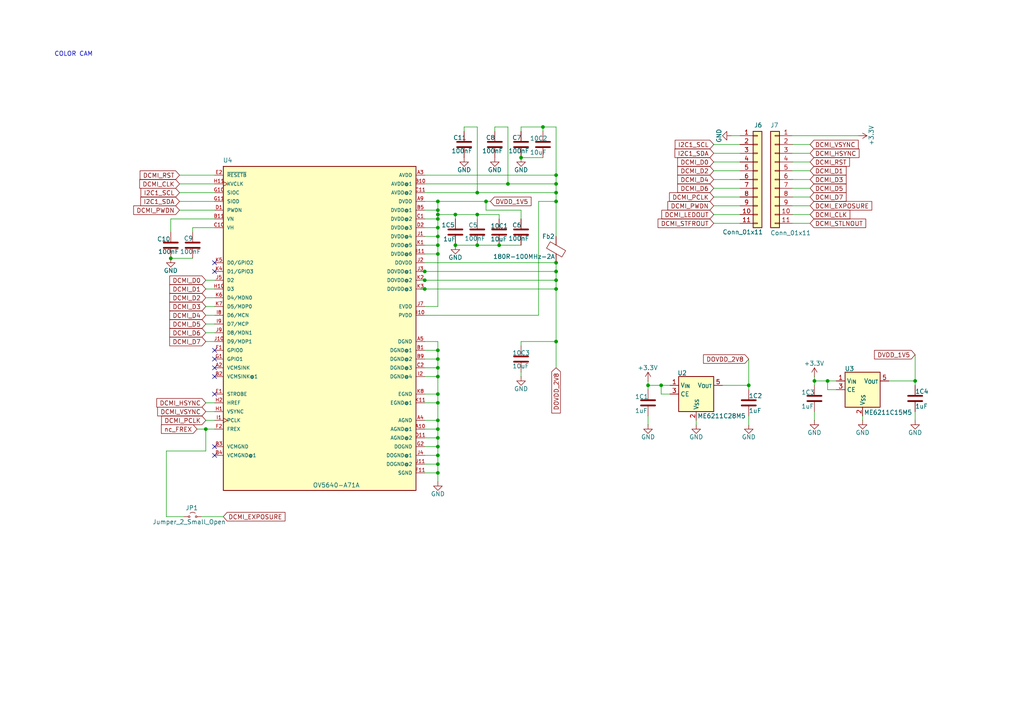
<source format=kicad_sch>
(kicad_sch (version 20231120) (generator "eeschema") (generator_version "8.0")
  (paper "A4")
  (lib_symbols
    (symbol "Connector_Generic:Conn_01x11" (pin_names (offset 1.016) hide)
      (property "Reference" "J" (at 0 15.24 0))
      (property "Value" "Conn_01x11" (at 0 -15.24 0))
      (symbol "Conn_01x11_1_1"
        (rectangle (start -1.27 -12.573) (end 0 -12.827) (stroke (width 0.1524)))
        (rectangle (start -1.27 -10.033) (end 0 -10.287) (stroke (width 0.1524)))
        (rectangle (start -1.27 -7.493) (end 0 -7.747) (stroke (width 0.1524)))
        (rectangle (start -1.27 -4.953) (end 0 -5.207) (stroke (width 0.1524)))
        (rectangle (start -1.27 -2.413) (end 0 -2.667) (stroke (width 0.1524)))
        (rectangle (start -1.27 0.127) (end 0 -0.127) (stroke (width 0.1524)))
        (rectangle (start -1.27 2.667) (end 0 2.413) (stroke (width 0.1524)))
        (rectangle (start -1.27 5.207) (end 0 4.953) (stroke (width 0.1524)))
        (rectangle (start -1.27 7.747) (end 0 7.493) (stroke (width 0.1524)))
        (rectangle (start -1.27 10.287) (end 0 10.033) (stroke (width 0.1524)))
        (rectangle (start -1.27 12.827) (end 0 12.573) (stroke (width 0.1524)))
        (rectangle (start -1.27 13.97) (end 1.27 -13.97) (stroke (width 0.254)) (fill (type background)))
        (pin passive line (at -5.08 12.7 0) (length 3.81) (name "Pin_1") (number "1"))
        (pin passive line (at -5.08 -10.16 0) (length 3.81) (name "Pin_10") (number "10"))
        (pin passive line (at -5.08 -12.7 0) (length 3.81) (name "Pin_11") (number "11"))
        (pin passive line (at -5.08 10.16 0) (length 3.81) (name "Pin_2") (number "2"))
        (pin passive line (at -5.08 7.62 0) (length 3.81) (name "Pin_3") (number "3"))
        (pin passive line (at -5.08 5.08 0) (length 3.81) (name "Pin_4") (number "4"))
        (pin passive line (at -5.08 2.54 0) (length 3.81) (name "Pin_5") (number "5"))
        (pin passive line (at -5.08 0 0) (length 3.81) (name "Pin_6") (number "6"))
        (pin passive line (at -5.08 -2.54 0) (length 3.81) (name "Pin_7") (number "7"))
        (pin passive line (at -5.08 -5.08 0) (length 3.81) (name "Pin_8") (number "8"))
        (pin passive line (at -5.08 -7.62 0) (length 3.81) (name "Pin_9") (number "9"))
      )
    )
    (symbol "Device:C" (pin_numbers hide) (pin_names (offset 0.254))
      (property "Reference" "C" (at 0.635 2.54 0))
      (property "Value" "C" (at 0.635 -2.54 0))
      (symbol "C_0_1"
        (polyline (pts (xy -2.032 -0.762) (xy 2.032 -0.762)) (stroke (width 0.508)))
        (polyline (pts (xy -2.032 0.762) (xy 2.032 0.762)) (stroke (width 0.508)))
      )
      (symbol "C_1_1"
        (pin passive line (at 0 3.81 270) (length 2.794) (name "~") (number "1"))
        (pin passive line (at 0 -3.81 90) (length 2.794) (name "~") (number "2"))
      )
    )
    (symbol "Device:FerriteBead" (pin_numbers hide) (pin_names (offset 0))
      (property "Reference" "FB" (at -3.81 0.635 90))
      (property "Value" "FerriteBead" (at 3.81 0 90))
      (symbol "FerriteBead_0_1"
        (polyline (pts (xy 0 -1.27) (xy 0 -1.2192)))
        (polyline (pts (xy 0 1.27) (xy 0 1.2954)))
        (polyline (pts (xy -2.7686 0.4064) (xy -1.7018 2.2606) (xy 2.7686 -0.3048) (xy 1.6764 -2.159) (xy -2.7686 0.4064)))
      )
      (symbol "FerriteBead_1_1"
        (pin passive line (at 0 3.81 270) (length 2.54) (name "~") (number "1"))
        (pin passive line (at 0 -3.81 90) (length 2.54) (name "~") (number "2"))
      )
    )
    (symbol "Jumper:Jumper_2_Small_Open" (pin_numbers hide) (pin_names (offset 0) hide) (exclude_from_sim yes)
      (property "Reference" "JP" (at 0 2.794 0))
      (property "Value" "Jumper_2_Small_Open" (at 0 -2.286 0))
      (symbol "Jumper_2_Small_Open_0_0"
        (circle (center -1.016 0) (radius 0.254))
        (circle (center 1.016 0) (radius 0.254))
      )
      (symbol "Jumper_2_Small_Open_0_1"
        (arc (start 0.762 1.0196) (mid 0 1.2729) (end -0.762 1.0196))
      )
      (symbol "Jumper_2_Small_Open_1_1"
        (pin passive line (at -2.54 0 0) (length 1.27) (name "A") (number "1"))
        (pin passive line (at 2.54 0 180) (length 1.27) (name "B") (number "2"))
      )
    )
    (symbol "OV5640:OV5640-A71A" (pin_names (offset 1.016))
      (property "Reference" "U" (at -27.9517 49.5507 0))
      (property "Value" "OV5640-A71A" (at -27.956 -48.2877 0))
      (symbol "OV5640-A71A_0_0"
        (rectangle (start -27.94 -45.72) (end 27.94 48.26) (stroke (width 0.254)) (fill (type background)))
        (pin power_in line (at 30.48 -27.94 180) (length 2.54) (name "AGND@1") (number "A10"))
        (pin bidirectional line (at -30.48 -10.16 0) (length 2.54) (name "VCMSINK") (number "A2"))
        (pin power_in line (at 30.48 45.72 180) (length 2.54) (name "AVDD") (number "A3"))
        (pin power_in line (at 30.48 -25.4 180) (length 2.54) (name "AGND") (number "A4"))
        (pin power_in line (at 30.48 -2.54 180) (length 2.54) (name "DGND") (number "A5"))
        (pin power_in line (at 30.48 38.1 180) (length 2.54) (name "DVDD") (number "A9"))
        (pin power_in line (at 30.48 -5.08 180) (length 2.54) (name "DGND@1") (number "B1"))
        (pin power_in line (at 30.48 43.18 180) (length 2.54) (name "AVDD@1") (number "B10"))
        (pin input line (at -30.48 33.02 0) (length 2.54) (name "VN") (number "B11"))
        (pin bidirectional line (at -30.48 -12.7 0) (length 2.54) (name "VCMSINK@1") (number "B2"))
        (pin bidirectional line (at -30.48 -33.02 0) (length 2.54) (name "VCMGND") (number "B3"))
        (pin bidirectional line (at -30.48 -35.56 0) (length 2.54) (name "VCMGND@1") (number "B4"))
        (pin power_in line (at 30.48 35.56 180) (length 2.54) (name "DVDD@1") (number "B5"))
        (pin power_in line (at 30.48 -7.62 180) (length 2.54) (name "DGND@2") (number "B9"))
        (pin power_in line (at 30.48 33.02 180) (length 2.54) (name "DVDD@2") (number "C1"))
        (pin input line (at -30.48 30.48 0) (length 2.54) (name "VH") (number "C10"))
        (pin power_in line (at 30.48 40.64 180) (length 2.54) (name "AVDD@2") (number "C11"))
        (pin power_in line (at 30.48 -10.16 180) (length 2.54) (name "DGND@3") (number "C2"))
        (pin input line (at -30.48 35.56 0) (length 2.54) (name "PWDN") (number "D1"))
        (pin power_in line (at 30.48 -30.48 180) (length 2.54) (name "AGND@2") (number "D11"))
        (pin power_in line (at 30.48 30.48 180) (length 2.54) (name "DVDD@3") (number "D2"))
        (pin bidirectional line (at -30.48 -17.78 0) (length 2.54) (name "STROBE") (number "E1"))
        (pin input line (at -30.48 45.72 0) (length 2.54) (name "~{RESETB}") (number "E2"))
        (pin bidirectional line (at -30.48 -5.08 0) (length 2.54) (name "GPIO0") (number "F1"))
        (pin power_in line (at 30.48 -40.64 180) (length 2.54) (name "SGND") (number "F11"))
        (pin bidirectional line (at -30.48 -27.94 0) (length 2.54) (name "FREX") (number "F2"))
        (pin bidirectional line (at -30.48 -7.62 0) (length 2.54) (name "GPIO1") (number "G1"))
        (pin input line (at -30.48 40.64 0) (length 2.54) (name "SIOC") (number "G10"))
        (pin bidirectional line (at -30.48 38.1 0) (length 2.54) (name "SIOD") (number "G11"))
        (pin power_in line (at 30.48 -33.02 180) (length 2.54) (name "DOGND") (number "G2"))
        (pin bidirectional line (at -30.48 -22.86 0) (length 2.54) (name "VSYNC") (number "H1"))
        (pin bidirectional line (at -30.48 12.7 0) (length 2.54) (name "D3") (number "H10"))
        (pin input clock (at -30.48 43.18 0) (length 2.54) (name "XVCLK") (number "H11"))
        (pin bidirectional line (at -30.48 -20.32 0) (length 2.54) (name "HREF") (number "H2"))
        (pin bidirectional clock (at -30.48 -25.4 0) (length 2.54) (name "PCLK") (number "I1"))
        (pin power_in line (at 30.48 5.08 180) (length 2.54) (name "PVDD") (number "I10"))
        (pin power_in line (at 30.48 22.86 180) (length 2.54) (name "DVDD@6") (number "I11"))
        (pin power_in line (at 30.48 -12.7 180) (length 2.54) (name "DGND@4") (number "I2"))
        (pin bidirectional line (at -30.48 5.08 0) (length 2.54) (name "D6/MCN") (number "I8"))
        (pin bidirectional line (at -30.48 2.54 0) (length 2.54) (name "D7/MCP") (number "I9"))
        (pin power_in line (at 30.48 27.94 180) (length 2.54) (name "DVDD@4") (number "J1"))
        (pin bidirectional line (at -30.48 -2.54 0) (length 2.54) (name "D9/MDP1") (number "J10"))
        (pin power_in line (at 30.48 -38.1 180) (length 2.54) (name "DOGND@2") (number "J11"))
        (pin power_in line (at 30.48 20.32 180) (length 2.54) (name "DOVDD") (number "J2"))
        (pin power_in line (at 30.48 17.78 180) (length 2.54) (name "DOVDD@1") (number "J3"))
        (pin power_in line (at 30.48 -35.56 180) (length 2.54) (name "DOGND@1") (number "J4"))
        (pin bidirectional line (at -30.48 15.24 0) (length 2.54) (name "D2") (number "J5"))
        (pin power_in line (at 30.48 7.62 180) (length 2.54) (name "EVDD") (number "J7"))
        (pin bidirectional line (at -30.48 0 0) (length 2.54) (name "D8/MDN1") (number "J9"))
        (pin power_in line (at 30.48 25.4 180) (length 2.54) (name "DVDD@5") (number "K1"))
        (pin power_in line (at 30.48 -20.32 180) (length 2.54) (name "EGND@1") (number "K11"))
        (pin power_in line (at 30.48 15.24 180) (length 2.54) (name "DOVDD@2") (number "K2"))
        (pin power_in line (at 30.48 12.7 180) (length 2.54) (name "DOVDD@3") (number "K3"))
        (pin bidirectional line (at -30.48 17.78 0) (length 2.54) (name "D1/GPIO3") (number "K4"))
        (pin bidirectional line (at -30.48 20.32 0) (length 2.54) (name "D0/GPIO2") (number "K5"))
        (pin bidirectional line (at -30.48 10.16 0) (length 2.54) (name "D4/MDN0") (number "K6"))
        (pin bidirectional line (at -30.48 7.62 0) (length 2.54) (name "D5/MDP0") (number "K7"))
        (pin power_in line (at 30.48 -17.78 180) (length 2.54) (name "EGND") (number "K8"))
      )
    )
    (symbol "Regulator_Linear:ME6211C15M5"
      (property "Reference" "U" (at -4.572 6.35 0))
      (property "Value" "ME6211C15M5" (at 10.16 8.636 0))
      (symbol "ME6211C15M5_1_1"
        (rectangle (start -5.08 5.08) (end 5.08 -5.08) (stroke (width 0.254)) (fill (type background)))
        (pin power_in line (at -7.62 2.54 0) (length 2.54) (name "V_{IN}") (number "1"))
        (pin power_in line (at 0 -7.62 90) (length 2.54) (name "V_{SS}") (number "2"))
        (pin input line (at -7.62 0 0) (length 2.54) (name "CE") (number "3"))
        (pin no_connect line (at 5.08 0 180) (length 2.54) hide (name "NC") (number "4"))
        (pin power_out line (at 7.62 2.54 180) (length 2.54) (name "V_{OUT}") (number "5"))
      )
    )
    (symbol "Regulator_Linear:ME6211C28M5"
      (property "Reference" "U" (at -4.572 6.35 0))
      (property "Value" "ME6211C28M5" (at 10.16 8.636 0))
      (symbol "ME6211C28M5_1_1"
        (rectangle (start -5.08 5.08) (end 5.08 -5.08) (stroke (width 0.254)) (fill (type background)))
        (pin power_in line (at -7.62 2.54 0) (length 2.54) (name "V_{IN}") (number "1"))
        (pin power_in line (at 0 -7.62 90) (length 2.54) (name "V_{SS}") (number "2"))
        (pin input line (at -7.62 0 0) (length 2.54) (name "CE") (number "3"))
        (pin no_connect line (at 5.08 0 180) (length 2.54) hide (name "NC") (number "4"))
        (pin power_out line (at 7.62 2.54 180) (length 2.54) (name "V_{OUT}") (number "5"))
      )
    )
    (symbol "power:+3.3V" (power) (pin_numbers hide) (pin_names (offset 0) hide)
      (property "Value" "+3.3V" (at 0 3.556 0))
      (symbol "+3.3V_0_1"
        (polyline (pts (xy -0.762 1.27) (xy 0 2.54)))
        (polyline (pts (xy 0 0) (xy 0 2.54)))
        (polyline (pts (xy 0 2.54) (xy 0.762 1.27)))
      )
      (symbol "+3.3V_1_1"
        (pin power_in line (at 0 0 90) (length 0) (name "~") (number "1"))
      )
    )
    (symbol "power:GND" (power) (pin_numbers hide) (pin_names (offset 0) hide)
      (property "Value" "GND" (at 0 -3.81 0))
      (symbol "GND_0_1"
        (polyline (pts (xy 0 0) (xy 0 -1.27) (xy 1.27 -1.27) (xy 0 -2.54) (xy -1.27 -1.27) (xy 0 -1.27)))
      )
      (symbol "GND_1_1"
        (pin power_in line (at 0 0 270) (length 0) (name "~") (number "1"))
      )
    )
  )
  (junction (at 187.96 111.76))
  (junction (at 140.97 58.42))
  (junction (at 127 66.04))
  (junction (at 127 109.22))
  (junction (at 127 58.42))
  (junction (at 127 101.6))
  (junction (at 151.13 45.72))
  (junction (at 157.48 36.83))
  (junction (at 217.17 111.76))
  (junction (at 147.32 53.34))
  (junction (at 127 132.08))
  (junction (at 127 114.3))
  (junction (at 127 62.23))
  (junction (at 127 60.96))
  (junction (at 144.78 71.12))
  (junction (at 236.22 110.49))
  (junction (at 123.19 81.28))
  (junction (at 161.29 76.2))
  (junction (at 59.69 124.46))
  (junction (at 161.29 78.74))
  (junction (at 161.29 99.06))
  (junction (at 161.29 55.88))
  (junction (at 127 71.12))
  (junction (at 127 137.16))
  (junction (at 138.43 71.12))
  (junction (at 127 68.58))
  (junction (at 138.43 62.23))
  (junction (at 127 129.54))
  (junction (at 127 121.92))
  (junction (at 127 116.84))
  (junction (at 123.19 83.82))
  (junction (at 240.03 110.49))
  (junction (at 161.29 58.42))
  (junction (at 191.77 111.76))
  (junction (at 132.08 71.12))
  (junction (at 161.29 81.28))
  (junction (at 161.29 50.8))
  (junction (at 127 73.66))
  (junction (at 49.53 74.93))
  (junction (at 127 124.46))
  (junction (at 138.43 55.88))
  (junction (at 127 63.5))
  (junction (at 127 127))
  (junction (at 127 106.68))
  (junction (at 123.19 78.74))
  (junction (at 265.43 110.49))
  (junction (at 161.29 83.82))
  (junction (at 132.08 62.23))
  (junction (at 161.29 53.34))
  (junction (at 127 134.62))
  (junction (at 127 104.14))
  (no_connect (at 62.23 104.14))
  (no_connect (at 62.23 101.6))
  (no_connect (at 62.23 109.22))
  (no_connect (at 62.23 78.74))
  (no_connect (at 62.23 132.08))
  (no_connect (at 62.23 129.54))
  (no_connect (at 62.23 76.2))
  (no_connect (at 62.23 114.3))
  (no_connect (at 62.23 106.68))
  (wire (pts (xy 161.29 106.68) (xy 161.29 99.06)))
  (wire (pts (xy 207.01 44.45) (xy 214.63 44.45)))
  (wire (pts (xy 161.29 99.06) (xy 161.29 83.82)))
  (wire (pts (xy 138.43 36.83) (xy 138.43 55.88)))
  (wire (pts (xy 59.69 88.9) (xy 62.23 88.9)))
  (wire (pts (xy 157.48 36.83) (xy 157.48 38.1)))
  (wire (pts (xy 207.01 54.61) (xy 214.63 54.61)))
  (wire (pts (xy 123.19 129.54) (xy 127 129.54)))
  (wire (pts (xy 161.29 58.42) (xy 156.21 58.42)))
  (wire (pts (xy 161.29 78.74) (xy 161.29 76.2)))
  (wire (pts (xy 127 62.23) (xy 132.08 62.23)))
  (wire (pts (xy 48.26 130.81) (xy 59.69 130.81)))
  (wire (pts (xy 187.96 120.65) (xy 187.96 123.19)))
  (wire (pts (xy 123.19 63.5) (xy 127 63.5)))
  (wire (pts (xy 127 127) (xy 127 124.46)))
  (wire (pts (xy 161.29 81.28) (xy 161.29 78.74)))
  (wire (pts (xy 161.29 36.83) (xy 161.29 50.8)))
  (wire (pts (xy 161.29 53.34) (xy 161.29 50.8)))
  (wire (pts (xy 248.92 39.37) (xy 229.87 39.37)))
  (wire (pts (xy 123.19 60.96) (xy 127 60.96)))
  (wire (pts (xy 207.01 46.99) (xy 214.63 46.99)))
  (wire (pts (xy 127 73.66) (xy 127 88.9)))
  (wire (pts (xy 121.92 83.82) (xy 123.19 83.82)))
  (wire (pts (xy 151.13 60.96) (xy 151.13 63.5)))
  (wire (pts (xy 217.17 111.76) (xy 217.17 113.03)))
  (wire (pts (xy 234.95 46.99) (xy 229.87 46.99)))
  (wire (pts (xy 217.17 104.14) (xy 217.17 111.76)))
  (wire (pts (xy 49.53 67.31) (xy 49.53 63.5)))
  (wire (pts (xy 123.19 68.58) (xy 127 68.58)))
  (wire (pts (xy 59.69 116.84) (xy 62.23 116.84)))
  (wire (pts (xy 265.43 110.49) (xy 265.43 111.76)))
  (wire (pts (xy 59.69 83.82) (xy 62.23 83.82)))
  (wire (pts (xy 59.69 99.06) (xy 62.23 99.06)))
  (wire (pts (xy 143.51 36.83) (xy 147.32 36.83)))
  (wire (pts (xy 123.19 114.3) (xy 127 114.3)))
  (wire (pts (xy 161.29 55.88) (xy 161.29 53.34)))
  (wire (pts (xy 144.78 71.12) (xy 151.13 71.12)))
  (wire (pts (xy 132.08 62.23) (xy 132.08 63.5)))
  (wire (pts (xy 143.51 38.1) (xy 143.51 36.83)))
  (wire (pts (xy 127 68.58) (xy 127 71.12)))
  (wire (pts (xy 138.43 62.23) (xy 138.43 63.5)))
  (wire (pts (xy 127 62.23) (xy 127 63.5)))
  (wire (pts (xy 57.15 124.46) (xy 59.69 124.46)))
  (wire (pts (xy 207.01 52.07) (xy 214.63 52.07)))
  (wire (pts (xy 123.19 134.62) (xy 127 134.62)))
  (wire (pts (xy 147.32 36.83) (xy 147.32 53.34)))
  (wire (pts (xy 55.88 67.31) (xy 55.88 66.04)))
  (wire (pts (xy 161.29 58.42) (xy 161.29 55.88)))
  (wire (pts (xy 234.95 59.69) (xy 229.87 59.69)))
  (wire (pts (xy 151.13 45.72) (xy 157.48 45.72)))
  (wire (pts (xy 217.17 120.65) (xy 217.17 123.19)))
  (wire (pts (xy 123.19 132.08) (xy 127 132.08)))
  (wire (pts (xy 123.19 73.66) (xy 127 73.66)))
  (wire (pts (xy 127 58.42) (xy 127 60.96)))
  (wire (pts (xy 265.43 102.87) (xy 265.43 110.49)))
  (wire (pts (xy 123.19 104.14) (xy 127 104.14)))
  (wire (pts (xy 52.07 50.8) (xy 62.23 50.8)))
  (wire (pts (xy 207.01 59.69) (xy 214.63 59.69)))
  (wire (pts (xy 242.57 113.03) (xy 240.03 113.03)))
  (wire (pts (xy 140.97 58.42) (xy 142.24 58.42)))
  (wire (pts (xy 144.78 62.23) (xy 138.43 62.23)))
  (wire (pts (xy 127 101.6) (xy 127 99.06)))
  (wire (pts (xy 127 66.04) (xy 127 68.58)))
  (wire (pts (xy 49.53 74.93) (xy 55.88 74.93)))
  (wire (pts (xy 59.69 130.81) (xy 59.69 124.46)))
  (wire (pts (xy 127 106.68) (xy 127 104.14)))
  (wire (pts (xy 234.95 57.15) (xy 229.87 57.15)))
  (wire (pts (xy 64.77 149.86) (xy 58.42 149.86)))
  (wire (pts (xy 156.21 91.44) (xy 123.19 91.44)))
  (wire (pts (xy 59.69 86.36) (xy 62.23 86.36)))
  (wire (pts (xy 138.43 55.88) (xy 161.29 55.88)))
  (wire (pts (xy 191.77 111.76) (xy 194.31 111.76)))
  (wire (pts (xy 59.69 81.28) (xy 62.23 81.28)))
  (wire (pts (xy 234.95 54.61) (xy 229.87 54.61)))
  (wire (pts (xy 123.19 127) (xy 127 127)))
  (wire (pts (xy 127 132.08) (xy 127 129.54)))
  (wire (pts (xy 127 124.46) (xy 127 121.92)))
  (wire (pts (xy 49.53 63.5) (xy 62.23 63.5)))
  (wire (pts (xy 212.09 39.37) (xy 214.63 39.37)))
  (wire (pts (xy 123.19 71.12) (xy 127 71.12)))
  (wire (pts (xy 151.13 99.06) (xy 161.29 99.06)))
  (wire (pts (xy 127 137.16) (xy 127 134.62)))
  (wire (pts (xy 138.43 71.12) (xy 144.78 71.12)))
  (wire (pts (xy 236.22 121.92) (xy 236.22 119.38)))
  (wire (pts (xy 207.01 64.77) (xy 214.63 64.77)))
  (wire (pts (xy 52.07 60.96) (xy 62.23 60.96)))
  (wire (pts (xy 134.62 36.83) (xy 138.43 36.83)))
  (wire (pts (xy 123.19 116.84) (xy 127 116.84)))
  (wire (pts (xy 151.13 60.96) (xy 140.97 60.96)))
  (wire (pts (xy 187.96 111.76) (xy 191.77 111.76)))
  (wire (pts (xy 265.43 119.38) (xy 265.43 121.92)))
  (wire (pts (xy 127 116.84) (xy 127 114.3)))
  (wire (pts (xy 140.97 58.42) (xy 140.97 60.96)))
  (wire (pts (xy 123.19 88.9) (xy 127 88.9)))
  (wire (pts (xy 127 60.96) (xy 127 62.23)))
  (wire (pts (xy 123.19 50.8) (xy 161.29 50.8)))
  (wire (pts (xy 127 99.06) (xy 123.19 99.06)))
  (wire (pts (xy 156.21 91.44) (xy 156.21 58.42)))
  (wire (pts (xy 123.19 106.68) (xy 127 106.68)))
  (wire (pts (xy 123.19 101.6) (xy 127 101.6)))
  (wire (pts (xy 234.95 62.23) (xy 229.87 62.23)))
  (wire (pts (xy 127 104.14) (xy 127 101.6)))
  (wire (pts (xy 234.95 64.77) (xy 229.87 64.77)))
  (wire (pts (xy 161.29 83.82) (xy 161.29 81.28)))
  (wire (pts (xy 240.03 113.03) (xy 240.03 110.49)))
  (wire (pts (xy 123.19 121.92) (xy 127 121.92)))
  (wire (pts (xy 59.69 121.92) (xy 62.23 121.92)))
  (wire (pts (xy 209.55 111.76) (xy 217.17 111.76)))
  (wire (pts (xy 123.19 124.46) (xy 127 124.46)))
  (wire (pts (xy 59.69 124.46) (xy 62.23 124.46)))
  (wire (pts (xy 236.22 110.49) (xy 240.03 110.49)))
  (wire (pts (xy 201.93 123.19) (xy 201.93 121.92)))
  (wire (pts (xy 132.08 71.12) (xy 138.43 71.12)))
  (wire (pts (xy 207.01 49.53) (xy 214.63 49.53)))
  (wire (pts (xy 236.22 111.76) (xy 236.22 110.49)))
  (wire (pts (xy 123.19 109.22) (xy 127 109.22)))
  (wire (pts (xy 194.31 114.3) (xy 191.77 114.3)))
  (wire (pts (xy 52.07 58.42) (xy 62.23 58.42)))
  (wire (pts (xy 257.81 110.49) (xy 265.43 110.49)))
  (wire (pts (xy 207.01 41.91) (xy 214.63 41.91)))
  (wire (pts (xy 123.19 55.88) (xy 138.43 55.88)))
  (wire (pts (xy 123.19 58.42) (xy 127 58.42)))
  (wire (pts (xy 123.19 53.34) (xy 147.32 53.34)))
  (wire (pts (xy 123.19 78.74) (xy 161.29 78.74)))
  (wire (pts (xy 52.07 53.34) (xy 62.23 53.34)))
  (wire (pts (xy 234.95 41.91) (xy 229.87 41.91)))
  (wire (pts (xy 151.13 38.1) (xy 151.13 36.83)))
  (wire (pts (xy 236.22 109.22) (xy 236.22 110.49)))
  (wire (pts (xy 59.69 119.38) (xy 62.23 119.38)))
  (wire (pts (xy 240.03 110.49) (xy 242.57 110.49)))
  (wire (pts (xy 127 71.12) (xy 127 73.66)))
  (wire (pts (xy 144.78 62.23) (xy 144.78 63.5)))
  (wire (pts (xy 123.19 76.2) (xy 161.29 76.2)))
  (wire (pts (xy 127 63.5) (xy 127 66.04)))
  (wire (pts (xy 207.01 57.15) (xy 214.63 57.15)))
  (wire (pts (xy 123.19 66.04) (xy 127 66.04)))
  (wire (pts (xy 151.13 107.95) (xy 151.13 109.22)))
  (wire (pts (xy 234.95 44.45) (xy 229.87 44.45)))
  (wire (pts (xy 59.69 93.98) (xy 62.23 93.98)))
  (wire (pts (xy 55.88 66.04) (xy 62.23 66.04)))
  (wire (pts (xy 121.92 78.74) (xy 123.19 78.74)))
  (wire (pts (xy 161.29 58.42) (xy 161.29 68.58)))
  (wire (pts (xy 127 109.22) (xy 127 106.68)))
  (wire (pts (xy 157.48 36.83) (xy 161.29 36.83)))
  (wire (pts (xy 127 114.3) (xy 127 109.22)))
  (wire (pts (xy 250.19 121.92) (xy 250.19 120.65)))
  (wire (pts (xy 207.01 62.23) (xy 214.63 62.23)))
  (wire (pts (xy 234.95 49.53) (xy 229.87 49.53)))
  (wire (pts (xy 127 139.7) (xy 127 137.16)))
  (wire (pts (xy 151.13 99.06) (xy 151.13 100.33)))
  (wire (pts (xy 127 134.62) (xy 127 132.08)))
  (wire (pts (xy 147.32 53.34) (xy 161.29 53.34)))
  (wire (pts (xy 151.13 36.83) (xy 157.48 36.83)))
  (wire (pts (xy 48.26 149.86) (xy 48.26 130.81)))
  (wire (pts (xy 187.96 110.49) (xy 187.96 111.76)))
  (wire (pts (xy 52.07 55.88) (xy 62.23 55.88)))
  (wire (pts (xy 123.19 81.28) (xy 161.29 81.28)))
  (wire (pts (xy 123.19 137.16) (xy 127 137.16)))
  (wire (pts (xy 59.69 91.44) (xy 62.23 91.44)))
  (wire (pts (xy 59.69 96.52) (xy 62.23 96.52)))
  (wire (pts (xy 138.43 62.23) (xy 132.08 62.23)))
  (wire (pts (xy 127 129.54) (xy 127 127)))
  (wire (pts (xy 123.19 83.82) (xy 161.29 83.82)))
  (wire (pts (xy 134.62 38.1) (xy 134.62 36.83)))
  (wire (pts (xy 48.26 149.86) (xy 53.34 149.86)))
  (wire (pts (xy 234.95 52.07) (xy 229.87 52.07)))
  (wire (pts (xy 127 58.42) (xy 140.97 58.42)))
  (wire (pts (xy 187.96 113.03) (xy 187.96 111.76)))
  (wire (pts (xy 191.77 114.3) (xy 191.77 111.76)))
  (wire (pts (xy 127 121.92) (xy 127 116.84)))
  (wire (pts (xy 121.92 81.28) (xy 123.19 81.28)))
  (text "COLOR CAM" (at 15.748 16.51 0) (effects (font (size 1.27 1.27)) (justify left bottom)))
  (global_label "DCMI_D7" (shape input) (at 59.69 99.06 180) (property "Intersheetrefs" "${INTERSHEET_REFS}" (effects (hide yes))))
  (global_label "DCMI_HSYNC" (shape input) (at 59.69 116.84 180) (property "Intersheetrefs" "${INTERSHEET_REFS}" (effects (hide yes))))
  (global_label "nc_FREX" (shape input) (at 57.15 124.46 180) (property "Intersheetrefs" "${INTERSHEET_REFS}" (effects (hide yes))))
  (global_label "DCMI_D4" (shape input) (at 207.01 52.07 180) (property "Intersheetrefs" "${INTERSHEET_REFS}" (effects (hide yes))))
  (global_label "DCMI_D4" (shape input) (at 59.69 91.44 180) (property "Intersheetrefs" "${INTERSHEET_REFS}" (effects (hide yes))))
  (global_label "DCMI_D3" (shape input) (at 59.69 88.9 180) (property "Intersheetrefs" "${INTERSHEET_REFS}" (effects (hide yes))))
  (global_label "I2C1_SDA" (shape input) (at 207.01 44.45 180) (property "Intersheetrefs" "${INTERSHEET_REFS}" (effects (hide yes))))
  (global_label "DVDD_1V5" (shape input) (at 265.43 102.87 180) (property "Intersheetrefs" "${INTERSHEET_REFS}" (effects (hide yes))))
  (global_label "DCMI_CLK" (shape input) (at 234.95 62.23 0) (property "Intersheetrefs" "${INTERSHEET_REFS}" (effects (hide yes))))
  (global_label "DCMI_CLK" (shape input) (at 52.07 53.34 180) (property "Intersheetrefs" "${INTERSHEET_REFS}" (effects (hide yes))))
  (global_label "DCMI_PCLK" (shape input) (at 207.01 57.15 180) (property "Intersheetrefs" "${INTERSHEET_REFS}" (effects (hide yes))))
  (global_label "DCMI_D3" (shape input) (at 234.95 52.07 0) (property "Intersheetrefs" "${INTERSHEET_REFS}" (effects (hide yes))))
  (global_label "DCMI_D6" (shape input) (at 59.69 96.52 180) (property "Intersheetrefs" "${INTERSHEET_REFS}" (effects (hide yes))))
  (global_label "DCMI_PCLK" (shape input) (at 59.69 121.92 180) (property "Intersheetrefs" "${INTERSHEET_REFS}" (effects (hide yes))))
  (global_label "DCMI_PWDN" (shape input) (at 207.01 59.69 180) (property "Intersheetrefs" "${INTERSHEET_REFS}" (effects (hide yes))))
  (global_label "DCMI_LEDOUT" (shape input) (at 207.01 62.23 180) (property "Intersheetrefs" "${INTERSHEET_REFS}" (effects (hide yes))))
  (global_label "DCMI_RST" (shape input) (at 52.07 50.8 180) (property "Intersheetrefs" "${INTERSHEET_REFS}" (effects (hide yes))))
  (global_label "DCMI_D5" (shape input) (at 59.69 93.98 180) (property "Intersheetrefs" "${INTERSHEET_REFS}" (effects (hide yes))))
  (global_label "I2C1_SDA" (shape input) (at 52.07 58.42 180) (property "Intersheetrefs" "${INTERSHEET_REFS}" (effects (hide yes))))
  (global_label "DCMI_VSYNC" (shape input) (at 59.69 119.38 180) (property "Intersheetrefs" "${INTERSHEET_REFS}" (effects (hide yes))))
  (global_label "DCMI_D2" (shape input) (at 207.01 49.53 180) (property "Intersheetrefs" "${INTERSHEET_REFS}" (effects (hide yes))))
  (global_label "DCMI_D0" (shape input) (at 59.69 81.28 180) (property "Intersheetrefs" "${INTERSHEET_REFS}" (effects (hide yes))))
  (global_label "DOVDD_2V8" (shape input) (at 161.29 106.68 270) (property "Intersheetrefs" "${INTERSHEET_REFS}" (effects (hide yes))))
  (global_label "DCMI_D7" (shape input) (at 234.95 57.15 0) (property "Intersheetrefs" "${INTERSHEET_REFS}" (effects (hide yes))))
  (global_label "DCMI_D0" (shape input) (at 207.01 46.99 180) (property "Intersheetrefs" "${INTERSHEET_REFS}" (effects (hide yes))))
  (global_label "DCMI_STLNOUT" (shape input) (at 234.95 64.77 0) (property "Intersheetrefs" "${INTERSHEET_REFS}" (effects (hide yes))))
  (global_label "DCMI_D5" (shape input) (at 234.95 54.61 0) (property "Intersheetrefs" "${INTERSHEET_REFS}" (effects (hide yes))))
  (global_label "DCMI_VSYNC" (shape input) (at 234.95 41.91 0) (property "Intersheetrefs" "${INTERSHEET_REFS}" (effects (hide yes))))
  (global_label "DCMI_D6" (shape input) (at 207.01 54.61 180) (property "Intersheetrefs" "${INTERSHEET_REFS}" (effects (hide yes))))
  (global_label "DCMI_D1" (shape input) (at 234.95 49.53 0) (property "Intersheetrefs" "${INTERSHEET_REFS}" (effects (hide yes))))
  (global_label "DCMI_STFROUT" (shape input) (at 207.01 64.77 180) (property "Intersheetrefs" "${INTERSHEET_REFS}" (effects (hide yes))))
  (global_label "I2C1_SCL" (shape input) (at 207.01 41.91 180) (property "Intersheetrefs" "${INTERSHEET_REFS}" (effects (hide yes))))
  (global_label "DCMI_PWDN" (shape input) (at 52.07 60.96 180) (property "Intersheetrefs" "${INTERSHEET_REFS}" (effects (hide yes))))
  (global_label "DCMI_D1" (shape input) (at 59.69 83.82 180) (property "Intersheetrefs" "${INTERSHEET_REFS}" (effects (hide yes))))
  (global_label "DCMI_D2" (shape input) (at 59.69 86.36 180) (property "Intersheetrefs" "${INTERSHEET_REFS}" (effects (hide yes))))
  (global_label "DCMI_RST" (shape input) (at 234.95 46.99 0) (property "Intersheetrefs" "${INTERSHEET_REFS}" (effects (hide yes))))
  (global_label "DCMI_EXPOSURE" (shape input) (at 64.77 149.86 0) (property "Intersheetrefs" "${INTERSHEET_REFS}" (effects (hide yes))))
  (global_label "DOVDD_2V8" (shape input) (at 217.17 104.14 180) (property "Intersheetrefs" "${INTERSHEET_REFS}" (effects (hide yes))))
  (global_label "DCMI_HSYNC" (shape input) (at 234.95 44.45 0) (property "Intersheetrefs" "${INTERSHEET_REFS}" (effects (hide yes))))
  (global_label "DCMI_EXPOSURE" (shape input) (at 234.95 59.69 0) (property "Intersheetrefs" "${INTERSHEET_REFS}" (effects (hide yes))))
  (global_label "DVDD_1V5" (shape input) (at 142.24 58.42 0) (property "Intersheetrefs" "${INTERSHEET_REFS}" (effects (hide yes))))
  (global_label "I2C1_SCL" (shape input) (at 52.07 55.88 180) (property "Intersheetrefs" "${INTERSHEET_REFS}" (effects (hide yes))))
  (symbol (lib_id "Device:FerriteBead") (at 161.29 72.39 0) (unit 1)
    (property "Reference" "Fb2" (at 157.226 68.58 0) (effects (justify left)))
    (property "Value" "180R-100MHz-2A" (at 143.002 74.422 0) (effects (justify left)))
    (property "Footprint" "Inductor_SMD:L_0805_2012Metric" (effects (hide yes)))
    (property "Description" "Ferrite bead" (effects (hide yes)))
  )
  (symbol (lib_id "power:GND") (at 236.22 121.92 0) (unit 1)
    (property "Reference" "#PWR09" (effects (hide yes)))
    (property "Value" "GND" (at 236.22 125.476 0))
    (property "Description" "Power symbol creates a global label with name \"GND\" , ground" (effects (hide yes)))
  )
  (symbol (lib_id "Device:C") (at 134.62 41.91 0) (unit 1)
    (property "Reference" "C11" (at 133.389 39.9289 0))
    (property "Value" "100nF" (at 133.9562 43.771 0))
    (property "Footprint" "Capacitor_SMD:C_0603_1608Metric" (effects (hide yes)))
  )
  (symbol (lib_id "Device:C") (at 265.43 115.57 0) (unit 1)
    (property "Reference" "1C4" (at 265.43 113.538 0) (effects (justify left)))
    (property "Value" "1uF" (at 265.43 117.856 0) (effects (justify left)))
    (property "Footprint" "Capacitor_SMD:C_0603_1608Metric" (effects (hide yes)))
    (property "Description" "Unpolarized capacitor" (effects (hide yes)))
  )
  (symbol (lib_id "power:GND") (at 265.43 121.92 0) (unit 1)
    (property "Reference" "#PWR010" (effects (hide yes)))
    (property "Value" "GND" (at 265.43 125.476 0))
    (property "Description" "Power symbol creates a global label with name \"GND\" , ground" (effects (hide yes)))
  )
  (symbol (lib_id "Device:C") (at 138.43 67.31 0) (unit 1)
    (property "Reference" "C5" (at 137.199 65.3289 0))
    (property "Value" "100nF" (at 137.7662 69.171 0))
    (property "Footprint" "Capacitor_SMD:C_0603_1608Metric" (effects (hide yes)))
  )
  (symbol (lib_id "Device:C") (at 55.88 71.12 0) (unit 1)
    (property "Reference" "C9" (at 54.649 69.1389 0))
    (property "Value" "100nF" (at 55.2162 72.981 0))
    (property "Footprint" "Capacitor_SMD:C_0603_1608Metric" (effects (hide yes)))
  )
  (symbol (lib_id "Device:C") (at 151.13 104.14 0) (unit 1)
    (property "Reference" "10C3" (at 148.59 102.362 0) (effects (justify left)))
    (property "Value" "10uF" (at 148.59 106.172 0) (effects (justify left)))
    (property "Footprint" "Capacitor_SMD:C_0603_1608Metric" (effects (hide yes)))
    (property "Description" "Unpolarized capacitor" (effects (hide yes)))
  )
  (symbol (lib_id "Connector_Generic:Conn_01x11") (at 219.71 52.07 0) (unit 1)
    (property "Reference" "J6" (at 218.694 36.322 0) (effects (justify left)))
    (property "Value" "Conn_01x11" (at 209.55 67.31 0) (effects (justify left)))
    (property "Footprint" "Connector_PinHeader_2.54mm:PinHeader_1x11_P2.54mm_Vertical" (effects (hide yes)))
    (property "Description" "Generic connector, single row, 01x11, script generated (kicad-library-utils/schlib/autogen/connector/)" (effects (hide yes)))
  )
  (symbol (lib_id "power:GND") (at 250.19 121.92 0) (unit 1)
    (property "Reference" "#PWR011" (effects (hide yes)))
    (property "Value" "GND" (at 250.19 125.476 0))
    (property "Description" "Power symbol creates a global label with name \"GND\" , ground" (effects (hide yes)))
  )
  (symbol (lib_id "Device:C") (at 151.13 67.31 0) (unit 1)
    (property "Reference" "C6" (at 149.899 65.3289 0))
    (property "Value" "100nF" (at 150.4662 69.171 0))
    (property "Footprint" "Capacitor_SMD:C_0603_1608Metric" (effects (hide yes)))
  )
  (symbol (lib_id "OV5640:OV5640-A71A") (at 92.71 96.52 0) (unit 1)
    (property "Reference" "U4" (at 66.04 46.482 0))
    (property "Value" "OV5640-A71A" (at 97.536 140.716 0))
    (property "Footprint" "OV5640:BGA71C50P11X11_598X584X81" (effects (hide yes)))
    (property "MF" "Omnivision Technologies" (effects (hide yes)))
    (property "Description_1" "\nImage Sensor Color \n" (effects (hide yes)))
    (property "Package" "None" (effects (hide yes)))
    (property "Price" "None" (effects (hide yes)))
    (property "Check_prices" "https://www.snapeda.com/parts/OV5640-A71A/Omnivision+Technologies/view-part/?ref=eda" (effects (hide yes)))
    (property "SnapEDA_Link" "https://www.snapeda.com/parts/OV5640-A71A/Omnivision+Technologies/view-part/?ref=snap" (effects (hide yes)))
    (property "MP" "OV5640-A71A" (effects (hide yes)))
    (property "Availability" "Not in stock" (effects (hide yes)))
    (property "MANUFACTURER" "Omnivision" (effects (hide yes)))
  )
  (symbol (lib_id "Device:C") (at 187.96 116.84 0) (unit 1)
    (property "Reference" "1C1" (at 184.15 115.062 0) (effects (justify left)))
    (property "Value" "1uF" (at 184.15 119.126 0) (effects (justify left)))
    (property "Footprint" "Capacitor_SMD:C_0603_1608Metric" (effects (hide yes)))
    (property "Description" "Unpolarized capacitor" (effects (hide yes)))
  )
  (symbol (lib_id "power:GND") (at 212.09 39.37 270) (unit 1)
    (property "Reference" "#PWR014" (effects (hide yes)))
    (property "Value" "GND" (at 208.534 39.37 0))
    (property "Description" "Power symbol creates a global label with name \"GND\" , ground" (effects (hide yes)))
  )
  (symbol (lib_id "Device:C") (at 143.51 41.91 0) (unit 1)
    (property "Reference" "C8" (at 142.279 39.9289 0))
    (property "Value" "100nF" (at 142.8462 43.771 0))
    (property "Footprint" "Capacitor_SMD:C_0603_1608Metric" (effects (hide yes)))
  )
  (symbol (lib_id "Jumper:Jumper_2_Small_Open") (at 55.88 149.86 0) (unit 1) (exclude_from_sim yes)
    (property "Reference" "JP1" (at 55.626 147.32 0))
    (property "Value" "Jumper_2_Small_Open" (at 54.864 151.384 0))
    (property "Footprint" "Jumper:SolderJumper-2_P1.3mm_Open_RoundedPad1.0x1.5mm" (effects (hide yes)))
    (property "Description" "Jumper, 2-pole, small symbol, open" (effects (hide yes)))
  )
  (symbol (lib_id "power:GND") (at 132.08 71.12 0) (unit 1)
    (property "Reference" "#PWR017" (effects (hide yes)))
    (property "Value" "GND" (at 132.08 74.676 0))
    (property "Description" "Power symbol creates a global label with name \"GND\" , ground" (effects (hide yes)))
  )
  (symbol (lib_id "Device:C") (at 236.22 115.57 0) (unit 1)
    (property "Reference" "1C3" (at 232.41 113.792 0) (effects (justify left)))
    (property "Value" "1uF" (at 232.41 117.856 0) (effects (justify left)))
    (property "Footprint" "Capacitor_SMD:C_0603_1608Metric" (effects (hide yes)))
    (property "Description" "Unpolarized capacitor" (effects (hide yes)))
  )
  (symbol (lib_id "Device:C") (at 144.78 67.31 0) (unit 1)
    (property "Reference" "10C1" (at 142.24 65.532 0) (effects (justify left)))
    (property "Value" "10uF" (at 142.24 69.342 0) (effects (justify left)))
    (property "Footprint" "Capacitor_SMD:C_0603_1608Metric" (effects (hide yes)))
    (property "Description" "Unpolarized capacitor" (effects (hide yes)))
  )
  (symbol (lib_id "power:+3.3V") (at 236.22 109.22 0) (unit 1)
    (property "Reference" "#PWR08" (effects (hide yes)))
    (property "Value" "+3.3V" (at 233.172 105.41 0) (effects (justify left)))
    (property "Description" "Power symbol creates a global label with name \"+3.3V\"" (effects (hide yes)))
  )
  (symbol (lib_id "Device:C") (at 217.17 116.84 0) (unit 1)
    (property "Reference" "1C2" (at 217.17 114.808 0) (effects (justify left)))
    (property "Value" "1uF" (at 217.17 119.126 0) (effects (justify left)))
    (property "Footprint" "Capacitor_SMD:C_0603_1608Metric" (effects (hide yes)))
    (property "Description" "Unpolarized capacitor" (effects (hide yes)))
  )
  (symbol (lib_id "Device:C") (at 132.08 67.31 0) (unit 1)
    (property "Reference" "1C5" (at 128.016 65.278 0) (effects (justify left)))
    (property "Value" "1uF" (at 128.524 69.342 0) (effects (justify left)))
    (property "Footprint" "Capacitor_SMD:C_0603_1608Metric" (effects (hide yes)))
    (property "Description" "Unpolarized capacitor" (effects (hide yes)))
  )
  (symbol (lib_id "power:+3.3V") (at 248.92 39.37 270) (unit 1)
    (property "Reference" "#PWR015" (effects (hide yes)))
    (property "Value" "+3.3V" (at 252.73 36.322 0) (effects (justify left)))
    (property "Description" "Power symbol creates a global label with name \"+3.3V\"" (effects (hide yes)))
  )
  (symbol (lib_id "Device:C") (at 49.53 71.12 0) (unit 1)
    (property "Reference" "C10" (at 47.498 69.342 0))
    (property "Value" "100nF" (at 48.8662 72.981 0))
    (property "Footprint" "Capacitor_SMD:C_0603_1608Metric" (effects (hide yes)))
  )
  (symbol (lib_id "power:GND") (at 127 139.7 0) (unit 1)
    (property "Reference" "#PWR012" (effects (hide yes)))
    (property "Value" "GND" (at 127 143.256 0))
    (property "Description" "Power symbol creates a global label with name \"GND\" , ground" (effects (hide yes)))
  )
  (symbol (lib_id "Connector_Generic:Conn_01x11") (at 224.79 52.07 0) (mirror y) (unit 1)
    (property "Reference" "J7" (at 225.806 36.322 0) (effects (justify left)))
    (property "Value" "Conn_01x11" (at 235.204 67.564 0) (effects (justify left)))
    (property "Footprint" "Connector_PinHeader_2.54mm:PinHeader_1x11_P2.54mm_Vertical" (effects (hide yes)))
    (property "Description" "Generic connector, single row, 01x11, script generated (kicad-library-utils/schlib/autogen/connector/)" (effects (hide yes)))
  )
  (symbol (lib_id "Regulator_Linear:ME6211C15M5") (at 250.19 113.03 0) (unit 1)
    (property "Reference" "U3" (at 246.38 106.934 0))
    (property "Value" "ME6211C15M5" (at 257.556 119.634 0))
    (property "Footprint" "Package_TO_SOT_SMD:SOT-23-5" (effects (hide yes)))
    (property "Datasheet" "https://www.lcsc.com/datasheet/lcsc_datasheet_2304140030_MICRONE-Nanjing-Micro-One-Elec-ME6211C33R5G_C235316.pdf" (effects (hide yes)))
    (property "Description" "300mA low dropout linear regulator, shutdown pin, 6.5V max input voltage, 1.5V fixed positive output, SOT-23-5" (effects (hide yes)))
  )
  (symbol (lib_id "power:GND") (at 143.51 45.72 0) (unit 1)
    (property "Reference" "#PWR019" (effects (hide yes)))
    (property "Value" "GND" (at 143.51 49.276 0))
    (property "Description" "Power symbol creates a global label with name \"GND\" , ground" (effects (hide yes)))
  )
  (symbol (lib_id "power:GND") (at 201.93 123.19 0) (unit 1)
    (property "Reference" "#PWR06" (effects (hide yes)))
    (property "Value" "GND" (at 201.93 126.746 0))
    (property "Description" "Power symbol creates a global label with name \"GND\" , ground" (effects (hide yes)))
  )
  (symbol (lib_id "power:GND") (at 49.53 74.93 0) (unit 1)
    (property "Reference" "#PWR016" (effects (hide yes)))
    (property "Value" "GND" (at 49.53 78.486 0))
    (property "Description" "Power symbol creates a global label with name \"GND\" , ground" (effects (hide yes)))
  )
  (symbol (lib_id "power:GND") (at 217.17 123.19 0) (unit 1)
    (property "Reference" "#PWR07" (effects (hide yes)))
    (property "Value" "GND" (at 217.17 126.746 0))
    (property "Description" "Power symbol creates a global label with name \"GND\" , ground" (effects (hide yes)))
  )
  (symbol (lib_id "Device:C") (at 151.13 41.91 0) (unit 1)
    (property "Reference" "C7" (at 149.899 39.9289 0))
    (property "Value" "100nF" (at 150.4662 43.771 0))
    (property "Footprint" "Capacitor_SMD:C_0603_1608Metric" (effects (hide yes)))
  )
  (symbol (lib_id "power:GND") (at 134.62 45.72 0) (unit 1)
    (property "Reference" "#PWR018" (effects (hide yes)))
    (property "Value" "GND" (at 134.62 49.276 0))
    (property "Description" "Power symbol creates a global label with name \"GND\" , ground" (effects (hide yes)))
  )
  (symbol (lib_id "power:GND") (at 187.96 123.19 0) (unit 1)
    (property "Reference" "#PWR05" (effects (hide yes)))
    (property "Value" "GND" (at 187.96 126.746 0))
    (property "Description" "Power symbol creates a global label with name \"GND\" , ground" (effects (hide yes)))
  )
  (symbol (lib_id "power:GND") (at 151.13 45.72 0) (unit 1)
    (property "Reference" "#PWR020" (effects (hide yes)))
    (property "Value" "GND" (at 151.13 49.276 0))
    (property "Description" "Power symbol creates a global label with name \"GND\" , ground" (effects (hide yes)))
  )
  (symbol (lib_id "power:+3.3V") (at 187.96 110.49 0) (unit 1)
    (property "Reference" "#PWR04" (effects (hide yes)))
    (property "Value" "+3.3V" (at 184.912 106.68 0) (effects (justify left)))
    (property "Description" "Power symbol creates a global label with name \"+3.3V\"" (effects (hide yes)))
  )
  (symbol (lib_id "Regulator_Linear:ME6211C28M5") (at 201.93 114.3 0) (unit 1)
    (property "Reference" "U2" (at 197.866 108.204 0))
    (property "Value" "ME6211C28M5" (at 209.296 120.65 0))
    (property "Footprint" "Package_TO_SOT_SMD:SOT-23-5" (effects (hide yes)))
    (property "Datasheet" "https://www.lcsc.com/datasheet/lcsc_datasheet_2304140030_MICRONE-Nanjing-Micro-One-Elec-ME6211C33R5G_C235316.pdf" (effects (hide yes)))
    (property "Description" "450mA low dropout linear regulator, shutdown pin, 6.5V max input voltage, 2.8V fixed positive output, SOT-23-5" (effects (hide yes)))
  )
  (symbol (lib_id "Device:C") (at 157.48 41.91 0) (unit 1)
    (property "Reference" "10C2" (at 153.67 40.132 0) (effects (justify left)))
    (property "Value" "10uF" (at 153.67 44.196 0) (effects (justify left)))
    (property "Footprint" "Capacitor_SMD:C_0603_1608Metric" (effects (hide yes)))
    (property "Description" "Unpolarized capacitor" (effects (hide yes)))
  )
  (symbol (lib_id "power:GND") (at 151.13 109.22 0) (unit 1)
    (property "Reference" "#PWR013" (effects (hide yes)))
    (property "Value" "GND" (at 151.13 112.776 0))
    (property "Description" "Power symbol creates a global label with name \"GND\" , ground" (effects (hide yes)))
  )
)
</source>
